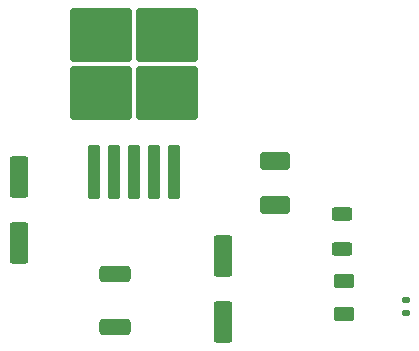
<source format=gbr>
%TF.GenerationSoftware,KiCad,Pcbnew,9.0.3*%
%TF.CreationDate,2025-07-23T14:40:10+05:30*%
%TF.ProjectId,buck_converter,6275636b-5f63-46f6-9e76-65727465722e,rev?*%
%TF.SameCoordinates,Original*%
%TF.FileFunction,Paste,Top*%
%TF.FilePolarity,Positive*%
%FSLAX46Y46*%
G04 Gerber Fmt 4.6, Leading zero omitted, Abs format (unit mm)*
G04 Created by KiCad (PCBNEW 9.0.3) date 2025-07-23 14:40:10*
%MOMM*%
%LPD*%
G01*
G04 APERTURE LIST*
G04 Aperture macros list*
%AMRoundRect*
0 Rectangle with rounded corners*
0 $1 Rounding radius*
0 $2 $3 $4 $5 $6 $7 $8 $9 X,Y pos of 4 corners*
0 Add a 4 corners polygon primitive as box body*
4,1,4,$2,$3,$4,$5,$6,$7,$8,$9,$2,$3,0*
0 Add four circle primitives for the rounded corners*
1,1,$1+$1,$2,$3*
1,1,$1+$1,$4,$5*
1,1,$1+$1,$6,$7*
1,1,$1+$1,$8,$9*
0 Add four rect primitives between the rounded corners*
20,1,$1+$1,$2,$3,$4,$5,0*
20,1,$1+$1,$4,$5,$6,$7,0*
20,1,$1+$1,$6,$7,$8,$9,0*
20,1,$1+$1,$8,$9,$2,$3,0*%
G04 Aperture macros list end*
%ADD10RoundRect,0.250000X-1.075000X0.425000X-1.075000X-0.425000X1.075000X-0.425000X1.075000X0.425000X0*%
%ADD11RoundRect,0.250000X2.375000X-2.025000X2.375000X2.025000X-2.375000X2.025000X-2.375000X-2.025000X0*%
%ADD12RoundRect,0.250000X0.300000X-2.050000X0.300000X2.050000X-0.300000X2.050000X-0.300000X-2.050000X0*%
%ADD13RoundRect,0.250000X-0.625000X0.312500X-0.625000X-0.312500X0.625000X-0.312500X0.625000X0.312500X0*%
%ADD14RoundRect,0.135000X-0.185000X0.135000X-0.185000X-0.135000X0.185000X-0.135000X0.185000X0.135000X0*%
%ADD15RoundRect,0.250001X-0.999999X0.499999X-0.999999X-0.499999X0.999999X-0.499999X0.999999X0.499999X0*%
%ADD16RoundRect,0.250000X0.625000X-0.375000X0.625000X0.375000X-0.625000X0.375000X-0.625000X-0.375000X0*%
%ADD17RoundRect,0.250000X-0.550000X1.500000X-0.550000X-1.500000X0.550000X-1.500000X0.550000X1.500000X0*%
G04 APERTURE END LIST*
D10*
%TO.C,D1*%
X98900000Y-88300000D03*
X98900000Y-92800000D03*
%TD*%
D11*
%TO.C,U1*%
X97725000Y-72975000D03*
X103275000Y-72975000D03*
X97725000Y-68125000D03*
X103275000Y-68125000D03*
D12*
X97100000Y-79700000D03*
X98800000Y-79700000D03*
X100500000Y-79700000D03*
X102200000Y-79700000D03*
X103900000Y-79700000D03*
%TD*%
D13*
%TO.C,R5*%
X118100000Y-83275000D03*
X118100000Y-86200000D03*
%TD*%
D14*
%TO.C,R4*%
X123500000Y-90580000D03*
X123500000Y-91600000D03*
%TD*%
D15*
%TO.C,L1*%
X112400000Y-78800000D03*
X112400000Y-82500000D03*
%TD*%
D16*
%TO.C,D2*%
X118300000Y-91700000D03*
X118300000Y-88900000D03*
%TD*%
D17*
%TO.C,C2*%
X108000000Y-86800000D03*
X108000000Y-92400000D03*
%TD*%
%TO.C,C1*%
X90800000Y-80100000D03*
X90800000Y-85700000D03*
%TD*%
M02*

</source>
